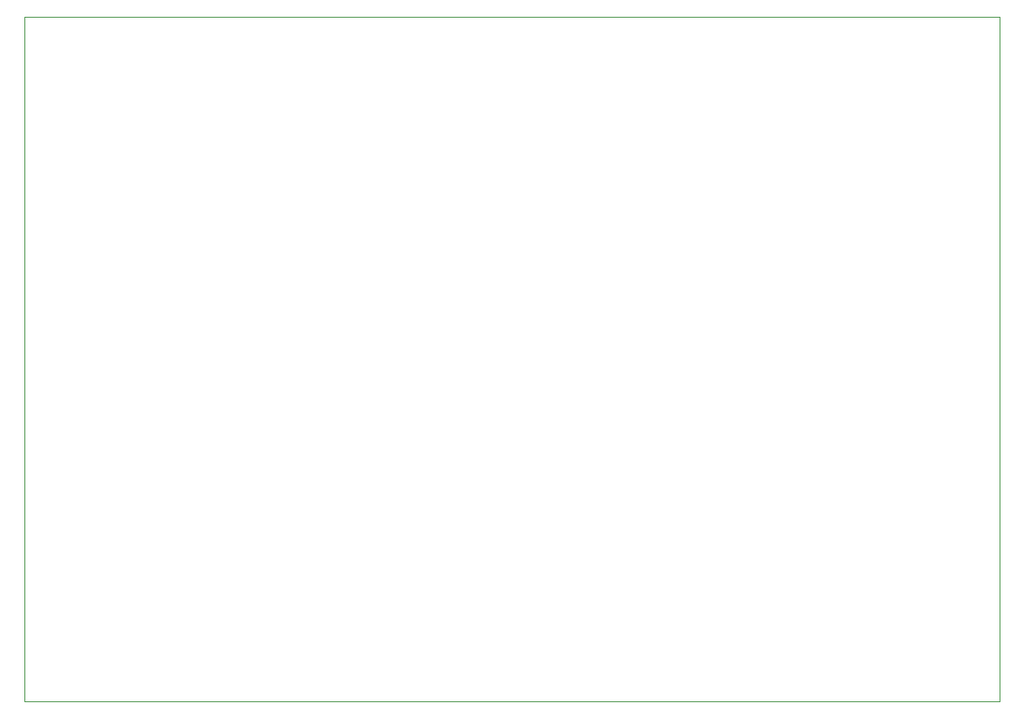
<source format=gm1>
G04 #@! TF.GenerationSoftware,KiCad,Pcbnew,5.1.9*
G04 #@! TF.CreationDate,2021-05-01T23:47:32-07:00*
G04 #@! TF.ProjectId,P80C550-EVN,50383043-3535-4302-9d45-564e2e6b6963,rev?*
G04 #@! TF.SameCoordinates,Original*
G04 #@! TF.FileFunction,Profile,NP*
%FSLAX46Y46*%
G04 Gerber Fmt 4.6, Leading zero omitted, Abs format (unit mm)*
G04 Created by KiCad (PCBNEW 5.1.9) date 2021-05-01 23:47:32*
%MOMM*%
%LPD*%
G01*
G04 APERTURE LIST*
G04 #@! TA.AperFunction,Profile*
%ADD10C,0.050000*%
G04 #@! TD*
G04 APERTURE END LIST*
D10*
X196469000Y-73279000D02*
X98425000Y-73279000D01*
X98425000Y-142113000D02*
X99441000Y-142113000D01*
X98425000Y-133350000D02*
X98425000Y-142113000D01*
X113919000Y-142113000D02*
X99441000Y-142113000D01*
X165227000Y-142113000D02*
X113919000Y-142113000D01*
X190627000Y-142113000D02*
X165227000Y-142113000D01*
X196469000Y-142113000D02*
X190627000Y-142113000D01*
X196469000Y-133350000D02*
X196469000Y-142113000D01*
X98425000Y-73279000D02*
X98425000Y-133350000D01*
X196469000Y-73279000D02*
X196469000Y-133350000D01*
M02*

</source>
